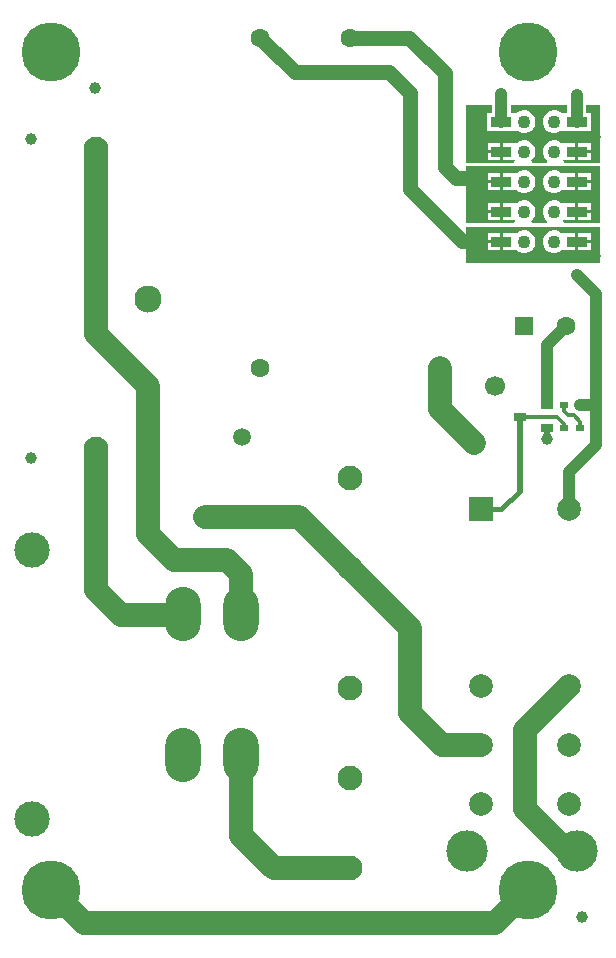
<source format=gtl>
G04*
G04 #@! TF.GenerationSoftware,Altium Limited,Altium Designer,25.4.2 (15)*
G04*
G04 Layer_Physical_Order=1*
G04 Layer_Color=255*
%FSLAX44Y44*%
%MOMM*%
G71*
G04*
G04 #@! TF.SameCoordinates,DA0471BA-3B3D-406A-8B15-550EC5C29B8F*
G04*
G04*
G04 #@! TF.FilePolarity,Positive*
G04*
G01*
G75*
%ADD32R,1.8000X0.9000*%
%ADD33R,0.7500X0.5000*%
%ADD34C,1.0000*%
%ADD35R,1.0500X0.6500*%
%ADD36C,2.0000*%
%ADD37C,1.2700*%
%ADD38C,1.0000*%
%ADD39C,0.5000*%
%ADD40C,0.4000*%
%ADD41C,0.3000*%
%ADD42C,1.1000*%
%ADD43C,1.5000*%
%ADD44C,1.6000*%
%ADD45C,3.5000*%
%ADD46C,2.1000*%
%ADD47C,2.3000*%
%ADD48R,1.6000X1.6000*%
%ADD49C,5.0000*%
%ADD50C,2.0000*%
%ADD51R,2.0000X2.0000*%
%ADD52C,1.7000*%
%ADD53O,3.0000X4.6000*%
%ADD54C,3.0000*%
G36*
X449831Y651972D02*
X450240Y651890D01*
X480928D01*
Y621000D01*
X367000D01*
Y651890D01*
X407760D01*
X408169Y651972D01*
X408559Y652000D01*
X422023D01*
X422272Y651916D01*
X422474Y651930D01*
X422672Y651890D01*
X435328D01*
X435526Y651930D01*
X435728Y651916D01*
X435977Y652000D01*
X449441D01*
X449831Y651972D01*
D02*
G37*
G36*
X480928Y655000D02*
X450240D01*
X449111Y656987D01*
X449460Y657560D01*
X449460Y657560D01*
X449460Y657560D01*
X459730D01*
Y664600D01*
Y671640D01*
X449460D01*
X449460Y671640D01*
Y671640D01*
X449460Y671640D01*
X447646Y672089D01*
X447533Y672202D01*
X445367Y673453D01*
X442951Y674100D01*
X440449D01*
X438033Y673453D01*
X435867Y672202D01*
X434098Y670433D01*
X432847Y668267D01*
X432200Y665851D01*
Y663349D01*
X432847Y660933D01*
X434098Y658767D01*
X435865Y657000D01*
X435865Y656991D01*
X435328Y655000D01*
X422672D01*
X422135Y656991D01*
X422135Y657000D01*
X423902Y658767D01*
X425153Y660933D01*
X425800Y663349D01*
Y665851D01*
X425153Y668267D01*
X423902Y670433D01*
X422133Y672202D01*
X419967Y673453D01*
X417551Y674100D01*
X415049D01*
X412633Y673453D01*
X410467Y672202D01*
X410354Y672089D01*
X408540Y671640D01*
X408540Y671640D01*
Y671640D01*
X408540Y671640D01*
X398270D01*
Y664600D01*
Y657560D01*
X408540D01*
X408540Y657560D01*
Y657560D01*
X408889Y656988D01*
X407760Y655000D01*
X367000D01*
Y703000D01*
X480928D01*
Y655000D01*
D02*
G37*
G36*
Y706110D02*
X450239D01*
X450063Y706348D01*
X449537Y708110D01*
X449838Y708360D01*
X459730D01*
Y715400D01*
Y722440D01*
X449460D01*
X449460Y722440D01*
Y722440D01*
X449460Y722440D01*
X447646Y722889D01*
X447533Y723002D01*
X445367Y724253D01*
X442951Y724900D01*
X440449D01*
X438033Y724253D01*
X435867Y723002D01*
X434098Y721233D01*
X432847Y719067D01*
X432200Y716651D01*
Y714149D01*
X432847Y711733D01*
X434098Y709567D01*
X435555Y708110D01*
X435273Y706827D01*
X434833Y706110D01*
X423167D01*
X422727Y706827D01*
X422445Y708110D01*
X423902Y709567D01*
X425153Y711733D01*
X425800Y714149D01*
Y716651D01*
X425153Y719067D01*
X423902Y721233D01*
X422133Y723002D01*
X419967Y724253D01*
X417551Y724900D01*
X415049D01*
X412633Y724253D01*
X410467Y723002D01*
X410354Y722889D01*
X408540Y722440D01*
X408540Y722440D01*
Y722440D01*
X408540Y722440D01*
X398270D01*
Y715400D01*
Y708360D01*
X408162D01*
X408463Y708110D01*
X407937Y706348D01*
X407760Y706110D01*
X367000D01*
Y755000D01*
X388881D01*
Y748350D01*
X384950D01*
Y733250D01*
X394192D01*
X394898Y732957D01*
X397000Y732681D01*
X399101Y732957D01*
X399808Y733250D01*
X409050D01*
X409050Y733250D01*
X410920Y732936D01*
X412633Y731947D01*
X415049Y731300D01*
X417551D01*
X419967Y731947D01*
X422133Y733198D01*
X423902Y734967D01*
X425153Y737133D01*
X425800Y739549D01*
Y742051D01*
X425153Y744467D01*
X423902Y746633D01*
X422133Y748402D01*
X419967Y749653D01*
X417551Y750300D01*
X415049D01*
X412633Y749653D01*
X410920Y748663D01*
X409050Y748350D01*
X409050Y748350D01*
X409050Y748350D01*
X405119D01*
Y755000D01*
X452881D01*
Y748350D01*
X448950D01*
X448950Y748350D01*
X447080Y748663D01*
X445367Y749653D01*
X442951Y750300D01*
X440449D01*
X438033Y749653D01*
X435867Y748402D01*
X434098Y746633D01*
X432847Y744467D01*
X432200Y742051D01*
Y739549D01*
X432847Y737133D01*
X434098Y734967D01*
X435867Y733198D01*
X438033Y731947D01*
X440449Y731300D01*
X442951D01*
X445367Y731947D01*
X447080Y732936D01*
X448950Y733250D01*
X448950Y733250D01*
X448950Y733250D01*
X458192D01*
X458899Y732957D01*
X461000Y732681D01*
X463102Y732957D01*
X463808Y733250D01*
X473050D01*
Y748350D01*
X469119D01*
Y755000D01*
X480928D01*
Y706110D01*
D02*
G37*
%LPC*%
G36*
X417551Y648700D02*
X415049D01*
X412633Y648053D01*
X410467Y646802D01*
X410354Y646689D01*
X408540Y646240D01*
X408540Y646240D01*
Y646240D01*
X408540Y646240D01*
X398270D01*
Y639200D01*
Y632160D01*
X408540D01*
X408540Y632160D01*
Y632160D01*
X408540Y632160D01*
X410354Y631711D01*
X410467Y631598D01*
X412633Y630347D01*
X415049Y629700D01*
X417551D01*
X419967Y630347D01*
X422133Y631598D01*
X423902Y633367D01*
X425153Y635533D01*
X425800Y637949D01*
Y640451D01*
X425153Y642867D01*
X423902Y645033D01*
X422133Y646802D01*
X419967Y648053D01*
X417551Y648700D01*
D02*
G37*
G36*
X472540Y646240D02*
X462270D01*
Y640470D01*
X472540D01*
Y646240D01*
D02*
G37*
G36*
X395730D02*
X385460D01*
Y640470D01*
X395730D01*
Y646240D01*
D02*
G37*
G36*
X472540Y637930D02*
X462270D01*
Y632160D01*
X472540D01*
Y637930D01*
D02*
G37*
G36*
X395730Y637930D02*
X385460D01*
Y632160D01*
X395730D01*
Y637930D01*
D02*
G37*
G36*
X442951Y648700D02*
X440449D01*
X438033Y648053D01*
X435867Y646802D01*
X434098Y645033D01*
X432847Y642867D01*
X432200Y640451D01*
Y637949D01*
X432847Y635533D01*
X434098Y633367D01*
X435867Y631598D01*
X438033Y630347D01*
X440449Y629700D01*
X442951D01*
X445367Y630347D01*
X447533Y631598D01*
X447646Y631711D01*
X449460Y632160D01*
X449460Y632160D01*
Y632160D01*
X449460Y632160D01*
X459730D01*
Y639200D01*
Y646240D01*
X449460D01*
X449460Y646240D01*
Y646240D01*
X449460Y646240D01*
X447646Y646689D01*
X447533Y646802D01*
X445367Y648053D01*
X442951Y648700D01*
D02*
G37*
G36*
X417551Y699500D02*
X415049D01*
X412633Y698853D01*
X410467Y697602D01*
X410354Y697489D01*
X408540Y697040D01*
X408540Y697040D01*
Y697040D01*
X408540Y697040D01*
X398270D01*
Y690000D01*
Y682960D01*
X408540D01*
X408540Y682960D01*
Y682960D01*
X408540Y682960D01*
X410354Y682511D01*
X410467Y682398D01*
X412633Y681147D01*
X415049Y680500D01*
X417551D01*
X419967Y681147D01*
X422133Y682398D01*
X423902Y684167D01*
X425153Y686333D01*
X425800Y688749D01*
Y691251D01*
X425153Y693667D01*
X423902Y695833D01*
X422133Y697602D01*
X419967Y698853D01*
X417551Y699500D01*
D02*
G37*
G36*
X472540Y697040D02*
X462270D01*
Y691270D01*
X472540D01*
Y697040D01*
D02*
G37*
G36*
X395730D02*
X385460D01*
Y691270D01*
X395730D01*
Y697040D01*
D02*
G37*
G36*
X472540Y688730D02*
X462270D01*
Y682960D01*
X472540D01*
Y688730D01*
D02*
G37*
G36*
X395730Y688730D02*
X385460D01*
Y682960D01*
X395730D01*
Y688730D01*
D02*
G37*
G36*
X442951Y699500D02*
X440449D01*
X438033Y698853D01*
X435867Y697602D01*
X434098Y695833D01*
X432847Y693667D01*
X432200Y691251D01*
Y688749D01*
X432847Y686333D01*
X434098Y684167D01*
X435867Y682398D01*
X438033Y681147D01*
X440449Y680500D01*
X442951D01*
X445367Y681147D01*
X447533Y682398D01*
X447646Y682511D01*
X449460Y682960D01*
X449460Y682960D01*
Y682960D01*
X449460Y682960D01*
X459730D01*
Y690000D01*
Y697040D01*
X449460D01*
X449460Y697040D01*
Y697040D01*
X449460Y697040D01*
X447646Y697489D01*
X447533Y697602D01*
X445367Y698853D01*
X442951Y699500D01*
D02*
G37*
G36*
X472540Y671640D02*
X462270D01*
Y665870D01*
X472540D01*
Y671640D01*
D02*
G37*
G36*
X395730D02*
X385460D01*
Y665870D01*
X395730D01*
Y671640D01*
D02*
G37*
G36*
X472540Y663330D02*
X462270D01*
Y657560D01*
X472540D01*
Y663330D01*
D02*
G37*
G36*
X395730Y663330D02*
X385460D01*
Y657560D01*
X395730D01*
Y663330D01*
D02*
G37*
G36*
X472540Y722440D02*
X462270D01*
Y716670D01*
X472540D01*
Y722440D01*
D02*
G37*
G36*
X395730D02*
X385460D01*
Y716670D01*
X395730D01*
Y722440D01*
D02*
G37*
G36*
X472540Y714130D02*
X462270D01*
Y708360D01*
X472540D01*
Y714130D01*
D02*
G37*
G36*
X395730Y714130D02*
X385460D01*
Y708360D01*
X395730D01*
Y714130D01*
D02*
G37*
%LPD*%
D32*
X461000Y740800D02*
D03*
Y715400D02*
D03*
X397000Y664600D02*
D03*
X461000D02*
D03*
X397000Y639200D02*
D03*
X461000D02*
D03*
Y690000D02*
D03*
X397000D02*
D03*
Y715400D02*
D03*
Y740800D02*
D03*
D33*
X450000Y501000D02*
D03*
X464000D02*
D03*
Y481000D02*
D03*
X450000D02*
D03*
D34*
X465000Y66999D02*
D03*
X53000Y769000D02*
D03*
X-840Y726000D02*
D03*
Y456000D02*
D03*
X476000Y627000D02*
D03*
X373000Y640000D02*
D03*
X476000Y728000D02*
D03*
X436000Y472000D02*
D03*
X397000Y764000D02*
D03*
X461000Y611000D02*
D03*
Y752000D02*
D03*
Y763000D02*
D03*
X477000Y501000D02*
D03*
X373000Y677400D02*
D03*
Y728200D02*
D03*
D35*
X412500Y491000D02*
D03*
X435500Y500500D02*
D03*
Y481500D02*
D03*
D36*
X417000Y159000D02*
Y225500D01*
X453000Y123000D02*
X463000D01*
X417000Y159000D02*
X453000Y123000D01*
X176800Y323650D02*
Y358200D01*
X120049Y369952D02*
X165049D01*
X176800Y358200D01*
X204200Y108800D02*
X269000D01*
X176800Y136200D02*
Y204750D01*
Y136200D02*
X204200Y108800D01*
X345105Y497895D02*
X374000Y469000D01*
X345105Y497895D02*
Y531895D01*
X345000Y532000D02*
X345105Y531895D01*
X269000Y362800D02*
X320000Y311800D01*
Y240000D02*
Y311800D01*
X417000Y225500D02*
X454500Y263000D01*
X44000Y62000D02*
X392000D01*
X16000Y90000D02*
X44000Y62000D01*
X392000D02*
X420000Y90000D01*
X320000Y240000D02*
X347000Y213000D01*
X379500D01*
X225786Y406014D02*
X269000Y362800D01*
X146151Y406014D02*
X225786D01*
X98000Y392000D02*
Y517000D01*
Y392000D02*
X120049Y369952D01*
X54000Y561000D02*
Y718001D01*
Y561000D02*
X98000Y517000D01*
X54000Y344000D02*
Y464000D01*
X74750Y323250D02*
X125000D01*
X54000Y344000D02*
X74750Y323250D01*
D37*
X349000Y702486D02*
Y782000D01*
X358486Y693000D02*
X372000D01*
X349000Y702486D02*
X358486Y693000D01*
X364000Y640000D02*
X373000D01*
X320000Y684000D02*
X364000Y640000D01*
X193000Y812000D02*
X222000Y783000D01*
X302000D01*
X320000Y765000D01*
Y684000D02*
Y765000D01*
X319000Y812000D02*
X349000Y782000D01*
X269000Y812000D02*
X319000D01*
D38*
X435500Y503624D02*
Y552000D01*
X451500Y568000D01*
X461000Y740800D02*
Y763000D01*
X461000Y611000D02*
X477000Y595000D01*
Y501000D02*
Y595000D01*
X454500Y413000D02*
Y444500D01*
X477000Y467000D02*
Y501000D01*
X454500Y444500D02*
X477000Y467000D01*
X397000Y740800D02*
Y764000D01*
X464000Y501000D02*
X477000D01*
X372800Y728200D02*
X373000Y728400D01*
D39*
X435500Y472500D02*
Y481500D01*
Y472500D02*
X436000Y472000D01*
X412500Y428403D02*
Y491000D01*
X397000Y764000D02*
X397000Y764000D01*
D40*
X397097Y413000D02*
X412500Y428403D01*
X379500Y413000D02*
X397097D01*
D41*
X450000Y495788D02*
X453788Y492000D01*
X458408D01*
X463567Y486841D01*
Y481433D02*
Y486841D01*
X450000Y481000D02*
Y484961D01*
X443961Y491000D02*
X450000Y484961D01*
X412500Y491000D02*
X443961D01*
X463567Y481433D02*
X464000Y481000D01*
X450000Y495788D02*
Y501000D01*
D42*
X416300Y664600D02*
D03*
X441700D02*
D03*
Y639200D02*
D03*
X416300D02*
D03*
X441700Y690000D02*
D03*
X416300D02*
D03*
X441700Y715400D02*
D03*
Y740800D02*
D03*
X416300Y715400D02*
D03*
Y740800D02*
D03*
D43*
X146151Y406014D02*
D03*
X177847Y473987D02*
D03*
D44*
X193000Y812000D02*
D03*
X269000D02*
D03*
X345000Y532000D02*
D03*
X193000D02*
D03*
X451500Y568000D02*
D03*
D45*
X461000Y123000D02*
D03*
X368000D02*
D03*
D46*
X54160Y718001D02*
D03*
Y464000D02*
D03*
X269000Y108800D02*
D03*
Y185000D02*
D03*
Y439000D02*
D03*
Y362800D02*
D03*
Y261200D02*
D03*
D47*
X98160Y591000D02*
D03*
D48*
X416500Y568000D02*
D03*
D49*
X420000Y90000D02*
D03*
Y800000D02*
D03*
X16000Y90000D02*
D03*
Y800000D02*
D03*
D50*
X454500Y413000D02*
D03*
Y263000D02*
D03*
Y213000D02*
D03*
Y163000D02*
D03*
X379500D02*
D03*
Y213000D02*
D03*
Y263000D02*
D03*
D51*
Y413000D02*
D03*
D52*
X391375Y516736D02*
D03*
X374000Y469000D02*
D03*
D53*
X176800Y323650D02*
D03*
X127300D02*
D03*
X176800Y204750D02*
D03*
X127300D02*
D03*
D54*
X0Y378000D02*
D03*
Y150400D02*
D03*
M02*

</source>
